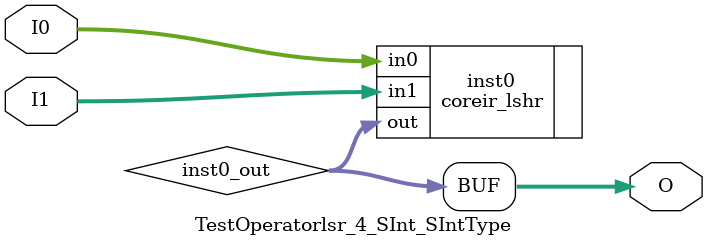
<source format=v>
module TestOperatorlsr_4_SInt_SIntType (input signed [3:0] I0, input signed [3:0] I1, output signed [3:0] O);
wire [3:0] inst0_out;
coreir_lshr inst0 (.in0(I0), .in1(I1), .out(inst0_out));
assign O = inst0_out;
endmodule


</source>
